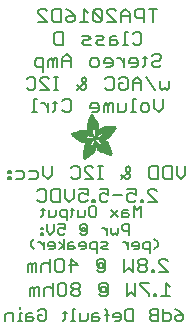
<source format=gbr>
G04 EAGLE Gerber RS-274X export*
G75*
%MOMM*%
%FSLAX34Y34*%
%LPD*%
%INSilkscreen Bottom*%
%IPPOS*%
%AMOC8*
5,1,8,0,0,1.08239X$1,22.5*%
G01*
%ADD10C,0.152400*%
%ADD11C,0.127000*%
%ADD12R,0.050800X0.006300*%
%ADD13R,0.082600X0.006400*%
%ADD14R,0.120600X0.006300*%
%ADD15R,0.139700X0.006400*%
%ADD16R,0.158800X0.006300*%
%ADD17R,0.177800X0.006400*%
%ADD18R,0.196800X0.006300*%
%ADD19R,0.215900X0.006400*%
%ADD20R,0.228600X0.006300*%
%ADD21R,0.241300X0.006400*%
%ADD22R,0.254000X0.006300*%
%ADD23R,0.266700X0.006400*%
%ADD24R,0.279400X0.006300*%
%ADD25R,0.285700X0.006400*%
%ADD26R,0.298400X0.006300*%
%ADD27R,0.311200X0.006400*%
%ADD28R,0.317500X0.006300*%
%ADD29R,0.330200X0.006400*%
%ADD30R,0.336600X0.006300*%
%ADD31R,0.349200X0.006400*%
%ADD32R,0.361900X0.006300*%
%ADD33R,0.368300X0.006400*%
%ADD34R,0.381000X0.006300*%
%ADD35R,0.387300X0.006400*%
%ADD36R,0.393700X0.006300*%
%ADD37R,0.406400X0.006400*%
%ADD38R,0.412700X0.006300*%
%ADD39R,0.419100X0.006400*%
%ADD40R,0.431800X0.006300*%
%ADD41R,0.438100X0.006400*%
%ADD42R,0.450800X0.006300*%
%ADD43R,0.457200X0.006400*%
%ADD44R,0.463500X0.006300*%
%ADD45R,0.476200X0.006400*%
%ADD46R,0.482600X0.006300*%
%ADD47R,0.488900X0.006400*%
%ADD48R,0.501600X0.006300*%
%ADD49R,0.508000X0.006400*%
%ADD50R,0.514300X0.006300*%
%ADD51R,0.527000X0.006400*%
%ADD52R,0.533400X0.006300*%
%ADD53R,0.546100X0.006400*%
%ADD54R,0.552400X0.006300*%
%ADD55R,0.558800X0.006400*%
%ADD56R,0.571500X0.006300*%
%ADD57R,0.577800X0.006400*%
%ADD58R,0.584200X0.006300*%
%ADD59R,0.596900X0.006400*%
%ADD60R,0.603200X0.006300*%
%ADD61R,0.609600X0.006400*%
%ADD62R,0.622300X0.006300*%
%ADD63R,0.628600X0.006400*%
%ADD64R,0.641300X0.006300*%
%ADD65R,0.647700X0.006400*%
%ADD66R,0.063500X0.006300*%
%ADD67R,0.654000X0.006300*%
%ADD68R,0.101600X0.006400*%
%ADD69R,0.666700X0.006400*%
%ADD70R,0.139700X0.006300*%
%ADD71R,0.673100X0.006300*%
%ADD72R,0.165100X0.006400*%
%ADD73R,0.679400X0.006400*%
%ADD74R,0.196900X0.006300*%
%ADD75R,0.692100X0.006300*%
%ADD76R,0.222200X0.006400*%
%ADD77R,0.698500X0.006400*%
%ADD78R,0.247700X0.006300*%
%ADD79R,0.704800X0.006300*%
%ADD80R,0.279400X0.006400*%
%ADD81R,0.717500X0.006400*%
%ADD82R,0.298500X0.006300*%
%ADD83R,0.723900X0.006300*%
%ADD84R,0.736600X0.006400*%
%ADD85R,0.342900X0.006300*%
%ADD86R,0.742900X0.006300*%
%ADD87R,0.374700X0.006400*%
%ADD88R,0.749300X0.006400*%
%ADD89R,0.762000X0.006300*%
%ADD90R,0.412700X0.006400*%
%ADD91R,0.768300X0.006400*%
%ADD92R,0.438100X0.006300*%
%ADD93R,0.774700X0.006300*%
%ADD94R,0.463600X0.006400*%
%ADD95R,0.787400X0.006400*%
%ADD96R,0.793700X0.006300*%
%ADD97R,0.495300X0.006400*%
%ADD98R,0.800100X0.006400*%
%ADD99R,0.520700X0.006300*%
%ADD100R,0.812800X0.006300*%
%ADD101R,0.533400X0.006400*%
%ADD102R,0.819100X0.006400*%
%ADD103R,0.558800X0.006300*%
%ADD104R,0.825500X0.006300*%
%ADD105R,0.577900X0.006400*%
%ADD106R,0.831800X0.006400*%
%ADD107R,0.596900X0.006300*%
%ADD108R,0.844500X0.006300*%
%ADD109R,0.616000X0.006400*%
%ADD110R,0.850900X0.006400*%
%ADD111R,0.635000X0.006300*%
%ADD112R,0.857200X0.006300*%
%ADD113R,0.654100X0.006400*%
%ADD114R,0.863600X0.006400*%
%ADD115R,0.666700X0.006300*%
%ADD116R,0.869900X0.006300*%
%ADD117R,0.685800X0.006400*%
%ADD118R,0.876300X0.006400*%
%ADD119R,0.882600X0.006300*%
%ADD120R,0.723900X0.006400*%
%ADD121R,0.889000X0.006400*%
%ADD122R,0.895300X0.006300*%
%ADD123R,0.755700X0.006400*%
%ADD124R,0.901700X0.006400*%
%ADD125R,0.908000X0.006300*%
%ADD126R,0.793800X0.006400*%
%ADD127R,0.914400X0.006400*%
%ADD128R,0.806400X0.006300*%
%ADD129R,0.920700X0.006300*%
%ADD130R,0.825500X0.006400*%
%ADD131R,0.927100X0.006400*%
%ADD132R,0.933400X0.006300*%
%ADD133R,0.857300X0.006400*%
%ADD134R,0.939800X0.006400*%
%ADD135R,0.870000X0.006300*%
%ADD136R,0.939800X0.006300*%
%ADD137R,0.946100X0.006400*%
%ADD138R,0.952500X0.006300*%
%ADD139R,0.908000X0.006400*%
%ADD140R,0.958800X0.006400*%
%ADD141R,0.965200X0.006300*%
%ADD142R,0.965200X0.006400*%
%ADD143R,0.971500X0.006300*%
%ADD144R,0.952500X0.006400*%
%ADD145R,0.977900X0.006400*%
%ADD146R,0.958800X0.006300*%
%ADD147R,0.984200X0.006300*%
%ADD148R,0.971500X0.006400*%
%ADD149R,0.984200X0.006400*%
%ADD150R,0.990600X0.006300*%
%ADD151R,0.984300X0.006400*%
%ADD152R,0.996900X0.006400*%
%ADD153R,0.997000X0.006300*%
%ADD154R,0.996900X0.006300*%
%ADD155R,1.003300X0.006400*%
%ADD156R,1.016000X0.006300*%
%ADD157R,1.009600X0.006300*%
%ADD158R,1.016000X0.006400*%
%ADD159R,1.009600X0.006400*%
%ADD160R,1.022300X0.006300*%
%ADD161R,1.028700X0.006400*%
%ADD162R,1.035100X0.006300*%
%ADD163R,1.047800X0.006400*%
%ADD164R,1.054100X0.006300*%
%ADD165R,1.028700X0.006300*%
%ADD166R,1.054100X0.006400*%
%ADD167R,1.035000X0.006400*%
%ADD168R,1.060400X0.006300*%
%ADD169R,1.035000X0.006300*%
%ADD170R,1.060500X0.006400*%
%ADD171R,1.041400X0.006400*%
%ADD172R,1.066800X0.006300*%
%ADD173R,1.041400X0.006300*%
%ADD174R,1.079500X0.006400*%
%ADD175R,1.047700X0.006400*%
%ADD176R,1.085900X0.006300*%
%ADD177R,1.047700X0.006300*%
%ADD178R,1.085800X0.006400*%
%ADD179R,1.092200X0.006300*%
%ADD180R,1.085900X0.006400*%
%ADD181R,1.098600X0.006300*%
%ADD182R,1.098600X0.006400*%
%ADD183R,1.060400X0.006400*%
%ADD184R,1.104900X0.006300*%
%ADD185R,1.104900X0.006400*%
%ADD186R,1.066800X0.006400*%
%ADD187R,1.111200X0.006300*%
%ADD188R,1.117600X0.006400*%
%ADD189R,1.117600X0.006300*%
%ADD190R,1.073100X0.006300*%
%ADD191R,1.073100X0.006400*%
%ADD192R,1.124000X0.006300*%
%ADD193R,1.079500X0.006300*%
%ADD194R,1.123900X0.006400*%
%ADD195R,1.130300X0.006300*%
%ADD196R,1.130300X0.006400*%
%ADD197R,1.136700X0.006400*%
%ADD198R,1.136700X0.006300*%
%ADD199R,1.085800X0.006300*%
%ADD200R,1.136600X0.006400*%
%ADD201R,1.136600X0.006300*%
%ADD202R,1.143000X0.006400*%
%ADD203R,1.143000X0.006300*%
%ADD204R,1.149400X0.006300*%
%ADD205R,1.149300X0.006300*%
%ADD206R,1.149300X0.006400*%
%ADD207R,1.149400X0.006400*%
%ADD208R,1.155700X0.006400*%
%ADD209R,1.155700X0.006300*%
%ADD210R,1.060500X0.006300*%
%ADD211R,2.197100X0.006400*%
%ADD212R,2.197100X0.006300*%
%ADD213R,2.184400X0.006300*%
%ADD214R,2.184400X0.006400*%
%ADD215R,2.171700X0.006400*%
%ADD216R,2.171700X0.006300*%
%ADD217R,1.530300X0.006400*%
%ADD218R,1.505000X0.006300*%
%ADD219R,1.492300X0.006400*%
%ADD220R,1.485900X0.006300*%
%ADD221R,0.565200X0.006300*%
%ADD222R,1.473200X0.006400*%
%ADD223R,0.565200X0.006400*%
%ADD224R,1.460500X0.006300*%
%ADD225R,1.454100X0.006400*%
%ADD226R,0.552400X0.006400*%
%ADD227R,1.441500X0.006300*%
%ADD228R,0.546100X0.006300*%
%ADD229R,1.435100X0.006400*%
%ADD230R,0.539800X0.006400*%
%ADD231R,1.428800X0.006300*%
%ADD232R,1.422400X0.006400*%
%ADD233R,1.409700X0.006300*%
%ADD234R,0.527100X0.006300*%
%ADD235R,1.403300X0.006400*%
%ADD236R,0.527100X0.006400*%
%ADD237R,1.390700X0.006300*%
%ADD238R,1.384300X0.006400*%
%ADD239R,0.520700X0.006400*%
%ADD240R,1.384300X0.006300*%
%ADD241R,0.514400X0.006300*%
%ADD242R,1.371600X0.006400*%
%ADD243R,1.365200X0.006300*%
%ADD244R,0.508000X0.006300*%
%ADD245R,1.352600X0.006400*%
%ADD246R,0.501700X0.006400*%
%ADD247R,0.711200X0.006300*%
%ADD248R,0.603300X0.006300*%
%ADD249R,0.501700X0.006300*%
%ADD250R,0.692100X0.006400*%
%ADD251R,0.571500X0.006400*%
%ADD252R,0.679400X0.006300*%
%ADD253R,0.495300X0.006300*%
%ADD254R,0.673100X0.006400*%
%ADD255R,0.666800X0.006300*%
%ADD256R,0.488900X0.006300*%
%ADD257R,0.660400X0.006400*%
%ADD258R,0.482600X0.006400*%
%ADD259R,0.476200X0.006300*%
%ADD260R,0.654000X0.006400*%
%ADD261R,0.469900X0.006400*%
%ADD262R,0.476300X0.006400*%
%ADD263R,0.647700X0.006300*%
%ADD264R,0.457200X0.006300*%
%ADD265R,0.469900X0.006300*%
%ADD266R,0.641300X0.006400*%
%ADD267R,0.444500X0.006400*%
%ADD268R,0.463600X0.006300*%
%ADD269R,0.635000X0.006400*%
%ADD270R,0.463500X0.006400*%
%ADD271R,0.393700X0.006400*%
%ADD272R,0.450800X0.006400*%
%ADD273R,0.628600X0.006300*%
%ADD274R,0.387400X0.006300*%
%ADD275R,0.450900X0.006300*%
%ADD276R,0.628700X0.006400*%
%ADD277R,0.374600X0.006400*%
%ADD278R,0.368300X0.006300*%
%ADD279R,0.438200X0.006300*%
%ADD280R,0.622300X0.006400*%
%ADD281R,0.355600X0.006400*%
%ADD282R,0.431800X0.006400*%
%ADD283R,0.349300X0.006300*%
%ADD284R,0.425400X0.006300*%
%ADD285R,0.615900X0.006300*%
%ADD286R,0.330200X0.006300*%
%ADD287R,0.419100X0.006300*%
%ADD288R,0.616000X0.006300*%
%ADD289R,0.311200X0.006300*%
%ADD290R,0.406400X0.006300*%
%ADD291R,0.615900X0.006400*%
%ADD292R,0.304800X0.006400*%
%ADD293R,0.158800X0.006400*%
%ADD294R,0.609600X0.006300*%
%ADD295R,0.292100X0.006300*%
%ADD296R,0.235000X0.006300*%
%ADD297R,0.387400X0.006400*%
%ADD298R,0.292100X0.006400*%
%ADD299R,0.336500X0.006300*%
%ADD300R,0.260400X0.006300*%
%ADD301R,0.603300X0.006400*%
%ADD302R,0.260400X0.006400*%
%ADD303R,0.362000X0.006400*%
%ADD304R,0.450900X0.006400*%
%ADD305R,0.355600X0.006300*%
%ADD306R,0.342900X0.006400*%
%ADD307R,0.514300X0.006400*%
%ADD308R,0.234900X0.006300*%
%ADD309R,0.539700X0.006300*%
%ADD310R,0.603200X0.006400*%
%ADD311R,0.234900X0.006400*%
%ADD312R,0.920700X0.006400*%
%ADD313R,0.958900X0.006400*%
%ADD314R,0.215900X0.006300*%
%ADD315R,0.209600X0.006400*%
%ADD316R,0.203200X0.006300*%
%ADD317R,1.003300X0.006300*%
%ADD318R,0.203200X0.006400*%
%ADD319R,0.196900X0.006400*%
%ADD320R,0.190500X0.006300*%
%ADD321R,0.190500X0.006400*%
%ADD322R,0.184200X0.006300*%
%ADD323R,0.590500X0.006400*%
%ADD324R,0.184200X0.006400*%
%ADD325R,0.590500X0.006300*%
%ADD326R,0.177800X0.006300*%
%ADD327R,0.584200X0.006400*%
%ADD328R,1.168400X0.006400*%
%ADD329R,0.171500X0.006300*%
%ADD330R,1.187500X0.006300*%
%ADD331R,1.200100X0.006400*%
%ADD332R,0.577800X0.006300*%
%ADD333R,1.212900X0.006300*%
%ADD334R,1.231900X0.006400*%
%ADD335R,1.250900X0.006300*%
%ADD336R,0.565100X0.006400*%
%ADD337R,0.184100X0.006400*%
%ADD338R,1.263700X0.006400*%
%ADD339R,0.565100X0.006300*%
%ADD340R,1.289100X0.006300*%
%ADD341R,1.314400X0.006400*%
%ADD342R,0.552500X0.006300*%
%ADD343R,1.568500X0.006300*%
%ADD344R,0.552500X0.006400*%
%ADD345R,1.581200X0.006400*%
%ADD346R,1.593800X0.006300*%
%ADD347R,1.606500X0.006400*%
%ADD348R,1.619300X0.006300*%
%ADD349R,0.514400X0.006400*%
%ADD350R,1.638300X0.006400*%
%ADD351R,1.657300X0.006300*%
%ADD352R,2.209800X0.006400*%
%ADD353R,2.425700X0.006300*%
%ADD354R,2.470100X0.006400*%
%ADD355R,2.501900X0.006300*%
%ADD356R,2.533700X0.006400*%
%ADD357R,2.559000X0.006300*%
%ADD358R,2.584500X0.006400*%
%ADD359R,2.609900X0.006300*%
%ADD360R,2.628900X0.006400*%
%ADD361R,2.660600X0.006300*%
%ADD362R,2.673400X0.006400*%
%ADD363R,1.422400X0.006300*%
%ADD364R,1.200200X0.006300*%
%ADD365R,1.365300X0.006300*%
%ADD366R,1.365300X0.006400*%
%ADD367R,1.352500X0.006300*%
%ADD368R,1.098500X0.006300*%
%ADD369R,1.358900X0.006400*%
%ADD370R,1.352600X0.006300*%
%ADD371R,1.358900X0.006300*%
%ADD372R,1.371600X0.006300*%
%ADD373R,1.377900X0.006400*%
%ADD374R,1.397000X0.006400*%
%ADD375R,1.403300X0.006300*%
%ADD376R,0.914400X0.006300*%
%ADD377R,0.876300X0.006300*%
%ADD378R,0.374600X0.006300*%
%ADD379R,1.073200X0.006400*%
%ADD380R,0.374700X0.006300*%
%ADD381R,0.844600X0.006400*%
%ADD382R,0.844600X0.006300*%
%ADD383R,0.831900X0.006400*%
%ADD384R,1.092200X0.006400*%
%ADD385R,0.400000X0.006300*%
%ADD386R,0.819200X0.006400*%
%ADD387R,1.111300X0.006400*%
%ADD388R,0.812800X0.006400*%
%ADD389R,0.800100X0.006300*%
%ADD390R,0.476300X0.006300*%
%ADD391R,1.181100X0.006300*%
%ADD392R,0.501600X0.006400*%
%ADD393R,1.193800X0.006400*%
%ADD394R,0.781000X0.006400*%
%ADD395R,1.238200X0.006400*%
%ADD396R,0.781100X0.006300*%
%ADD397R,1.257300X0.006300*%
%ADD398R,1.295400X0.006400*%
%ADD399R,1.333500X0.006300*%
%ADD400R,0.774700X0.006400*%
%ADD401R,1.866900X0.006400*%
%ADD402R,0.209600X0.006300*%
%ADD403R,1.866900X0.006300*%
%ADD404R,0.768400X0.006400*%
%ADD405R,0.209500X0.006400*%
%ADD406R,1.860600X0.006400*%
%ADD407R,0.762000X0.006400*%
%ADD408R,0.768400X0.006300*%
%ADD409R,1.860600X0.006300*%
%ADD410R,1.860500X0.006400*%
%ADD411R,0.222300X0.006300*%
%ADD412R,1.854200X0.006300*%
%ADD413R,0.235000X0.006400*%
%ADD414R,1.854200X0.006400*%
%ADD415R,0.768300X0.006300*%
%ADD416R,0.260300X0.006400*%
%ADD417R,1.847800X0.006400*%
%ADD418R,0.266700X0.006300*%
%ADD419R,1.847800X0.006300*%
%ADD420R,0.273100X0.006400*%
%ADD421R,1.841500X0.006400*%
%ADD422R,0.285800X0.006300*%
%ADD423R,1.841500X0.006300*%
%ADD424R,0.298500X0.006400*%
%ADD425R,1.835100X0.006400*%
%ADD426R,0.781000X0.006300*%
%ADD427R,0.304800X0.006300*%
%ADD428R,1.835100X0.006300*%
%ADD429R,0.317500X0.006400*%
%ADD430R,1.828800X0.006400*%
%ADD431R,0.787400X0.006300*%
%ADD432R,0.323800X0.006300*%
%ADD433R,1.828800X0.006300*%
%ADD434R,0.793700X0.006400*%
%ADD435R,1.822400X0.006400*%
%ADD436R,0.806500X0.006300*%
%ADD437R,1.822400X0.006300*%
%ADD438R,1.816100X0.006400*%
%ADD439R,0.819100X0.006300*%
%ADD440R,0.387300X0.006300*%
%ADD441R,1.816100X0.006300*%
%ADD442R,1.809800X0.006400*%
%ADD443R,1.803400X0.006300*%
%ADD444R,1.797000X0.006400*%
%ADD445R,0.901700X0.006300*%
%ADD446R,1.797000X0.006300*%
%ADD447R,1.441400X0.006400*%
%ADD448R,1.790700X0.006400*%
%ADD449R,1.447800X0.006300*%
%ADD450R,1.784300X0.006300*%
%ADD451R,1.447800X0.006400*%
%ADD452R,1.784300X0.006400*%
%ADD453R,1.454100X0.006300*%
%ADD454R,1.771700X0.006300*%
%ADD455R,1.460500X0.006400*%
%ADD456R,1.759000X0.006400*%
%ADD457R,1.466800X0.006300*%
%ADD458R,1.752600X0.006300*%
%ADD459R,1.466800X0.006400*%
%ADD460R,1.739900X0.006400*%
%ADD461R,1.473200X0.006300*%
%ADD462R,1.727200X0.006300*%
%ADD463R,1.479500X0.006400*%
%ADD464R,1.714500X0.006400*%
%ADD465R,1.695400X0.006300*%
%ADD466R,1.485900X0.006400*%
%ADD467R,1.682700X0.006400*%
%ADD468R,1.492200X0.006300*%
%ADD469R,1.663700X0.006300*%
%ADD470R,1.498600X0.006400*%
%ADD471R,1.644600X0.006400*%
%ADD472R,1.498600X0.006300*%
%ADD473R,1.619200X0.006300*%
%ADD474R,1.511300X0.006400*%
%ADD475R,1.600200X0.006400*%
%ADD476R,1.517700X0.006300*%
%ADD477R,1.574800X0.006300*%
%ADD478R,1.524000X0.006400*%
%ADD479R,1.555800X0.006400*%
%ADD480R,1.524000X0.006300*%
%ADD481R,1.536700X0.006300*%
%ADD482R,1.530400X0.006400*%
%ADD483R,1.517700X0.006400*%
%ADD484R,1.492300X0.006300*%
%ADD485R,1.549400X0.006400*%
%ADD486R,1.479600X0.006400*%
%ADD487R,1.549400X0.006300*%
%ADD488R,1.555700X0.006400*%
%ADD489R,1.562100X0.006300*%
%ADD490R,0.323900X0.006300*%
%ADD491R,1.568400X0.006400*%
%ADD492R,0.336600X0.006400*%
%ADD493R,1.587500X0.006300*%
%ADD494R,0.971600X0.006300*%
%ADD495R,0.349300X0.006400*%
%ADD496R,1.600200X0.006300*%
%ADD497R,0.920800X0.006300*%
%ADD498R,0.882700X0.006400*%
%ADD499R,1.612900X0.006300*%
%ADD500R,0.362000X0.006300*%
%ADD501R,1.625600X0.006400*%
%ADD502R,1.625600X0.006300*%
%ADD503R,1.644600X0.006300*%
%ADD504R,0.736600X0.006300*%
%ADD505R,0.717600X0.006400*%
%ADD506R,1.657400X0.006300*%
%ADD507R,0.679500X0.006300*%
%ADD508R,1.663700X0.006400*%
%ADD509R,0.400000X0.006400*%
%ADD510R,1.676400X0.006300*%
%ADD511R,1.676400X0.006400*%
%ADD512R,0.425500X0.006400*%
%ADD513R,1.352500X0.006400*%
%ADD514R,0.444500X0.006300*%
%ADD515R,0.361900X0.006400*%
%ADD516R,0.088900X0.006300*%
%ADD517R,1.009700X0.006300*%
%ADD518R,1.009700X0.006400*%
%ADD519R,1.022300X0.006400*%
%ADD520R,1.346200X0.006400*%
%ADD521R,1.346200X0.006300*%
%ADD522R,1.339900X0.006400*%
%ADD523R,1.035100X0.006400*%
%ADD524R,1.339800X0.006300*%
%ADD525R,1.333500X0.006400*%
%ADD526R,1.327200X0.006400*%
%ADD527R,1.320800X0.006300*%
%ADD528R,1.314500X0.006400*%
%ADD529R,1.314400X0.006300*%
%ADD530R,1.301700X0.006400*%
%ADD531R,1.295400X0.006300*%
%ADD532R,1.289000X0.006400*%
%ADD533R,1.276300X0.006300*%
%ADD534R,1.251000X0.006300*%
%ADD535R,1.244600X0.006400*%
%ADD536R,1.231900X0.006300*%
%ADD537R,1.212800X0.006400*%
%ADD538R,1.200100X0.006300*%
%ADD539R,1.187400X0.006400*%
%ADD540R,1.168400X0.006300*%
%ADD541R,1.047800X0.006300*%
%ADD542R,0.977900X0.006300*%
%ADD543R,0.946200X0.006400*%
%ADD544R,0.933400X0.006400*%
%ADD545R,0.895300X0.006400*%
%ADD546R,0.882700X0.006300*%
%ADD547R,0.863600X0.006300*%
%ADD548R,0.857200X0.006400*%
%ADD549R,0.850900X0.006300*%
%ADD550R,0.838200X0.006300*%
%ADD551R,0.806500X0.006400*%
%ADD552R,0.717600X0.006300*%
%ADD553R,0.711200X0.006400*%
%ADD554R,0.641400X0.006400*%
%ADD555R,0.641400X0.006300*%
%ADD556R,0.628700X0.006300*%
%ADD557R,0.590600X0.006300*%
%ADD558R,0.539700X0.006400*%
%ADD559R,0.285700X0.006300*%
%ADD560R,0.222200X0.006300*%
%ADD561R,0.171400X0.006300*%
%ADD562R,0.152400X0.006400*%
%ADD563R,0.133400X0.006300*%


D10*
X149092Y262802D02*
X149092Y273988D01*
X145364Y273988D02*
X152821Y273988D01*
X141127Y273988D02*
X141127Y262802D01*
X141127Y273988D02*
X135534Y273988D01*
X133670Y272123D01*
X133670Y268395D01*
X135534Y266531D01*
X141127Y266531D01*
X129433Y270259D02*
X129433Y262802D01*
X129433Y270259D02*
X125705Y273988D01*
X121976Y270259D01*
X121976Y262802D01*
X121976Y268395D02*
X129433Y268395D01*
X117739Y262802D02*
X110282Y262802D01*
X117739Y262802D02*
X110282Y270259D01*
X110282Y272123D01*
X112146Y273988D01*
X115875Y273988D01*
X117739Y272123D01*
X106045Y272123D02*
X106045Y264666D01*
X106045Y272123D02*
X104181Y273988D01*
X100452Y273988D01*
X98588Y272123D01*
X98588Y264666D01*
X100452Y262802D01*
X104181Y262802D01*
X106045Y264666D01*
X98588Y272123D01*
X94351Y270259D02*
X90623Y273988D01*
X90623Y262802D01*
X94351Y262802D02*
X86894Y262802D01*
X78929Y272123D02*
X75200Y273988D01*
X78929Y272123D02*
X82657Y268395D01*
X82657Y264666D01*
X80793Y262802D01*
X77064Y262802D01*
X75200Y264666D01*
X75200Y266531D01*
X77064Y268395D01*
X82657Y268395D01*
X70963Y273988D02*
X70963Y262802D01*
X65370Y262802D01*
X63506Y264666D01*
X63506Y272123D01*
X65370Y273988D01*
X70963Y273988D01*
X59269Y262802D02*
X51812Y262802D01*
X59269Y262802D02*
X51812Y270259D01*
X51812Y272123D01*
X53676Y273988D01*
X57405Y273988D01*
X59269Y272123D01*
X131721Y253073D02*
X133585Y254938D01*
X137314Y254938D01*
X139178Y253073D01*
X139178Y245616D01*
X137314Y243752D01*
X133585Y243752D01*
X131721Y245616D01*
X127484Y254938D02*
X125620Y254938D01*
X125620Y243752D01*
X127484Y243752D02*
X123756Y243752D01*
X117824Y251209D02*
X114095Y251209D01*
X112231Y249345D01*
X112231Y243752D01*
X117824Y243752D01*
X119688Y245616D01*
X117824Y247481D01*
X112231Y247481D01*
X107994Y243752D02*
X102401Y243752D01*
X100537Y245616D01*
X102401Y247481D01*
X106130Y247481D01*
X107994Y249345D01*
X106130Y251209D01*
X100537Y251209D01*
X96300Y243752D02*
X90707Y243752D01*
X88843Y245616D01*
X90707Y247481D01*
X94436Y247481D01*
X96300Y249345D01*
X94436Y251209D01*
X88843Y251209D01*
X72912Y254938D02*
X72912Y243752D01*
X67319Y243752D01*
X65455Y245616D01*
X65455Y253073D01*
X67319Y254938D01*
X72912Y254938D01*
X148287Y234023D02*
X150152Y235888D01*
X153880Y235888D01*
X155744Y234023D01*
X155744Y232159D01*
X153880Y230295D01*
X150152Y230295D01*
X148287Y228431D01*
X148287Y226566D01*
X150152Y224702D01*
X153880Y224702D01*
X155744Y226566D01*
X142186Y226566D02*
X142186Y234023D01*
X142186Y226566D02*
X140322Y224702D01*
X140322Y232159D02*
X144051Y232159D01*
X134390Y224702D02*
X130662Y224702D01*
X134390Y224702D02*
X136255Y226566D01*
X136255Y230295D01*
X134390Y232159D01*
X130662Y232159D01*
X128798Y230295D01*
X128798Y228431D01*
X136255Y228431D01*
X124561Y232159D02*
X124561Y224702D01*
X124561Y228431D02*
X120832Y232159D01*
X118968Y232159D01*
X112951Y224702D02*
X109223Y224702D01*
X112951Y224702D02*
X114816Y226566D01*
X114816Y230295D01*
X112951Y232159D01*
X109223Y232159D01*
X107359Y230295D01*
X107359Y228431D01*
X114816Y228431D01*
X101257Y224702D02*
X97529Y224702D01*
X95665Y226566D01*
X95665Y230295D01*
X97529Y232159D01*
X101257Y232159D01*
X103122Y230295D01*
X103122Y226566D01*
X101257Y224702D01*
X79734Y224702D02*
X79734Y232159D01*
X76005Y235888D01*
X72277Y232159D01*
X72277Y224702D01*
X72277Y230295D02*
X79734Y230295D01*
X68040Y232159D02*
X68040Y224702D01*
X68040Y232159D02*
X66175Y232159D01*
X64311Y230295D01*
X64311Y224702D01*
X64311Y230295D02*
X62447Y232159D01*
X60583Y230295D01*
X60583Y224702D01*
X56346Y220974D02*
X56346Y232159D01*
X50753Y232159D01*
X48889Y230295D01*
X48889Y226566D01*
X50753Y224702D01*
X56346Y224702D01*
X162566Y213109D02*
X162566Y207516D01*
X160702Y205652D01*
X158837Y207516D01*
X156973Y205652D01*
X155109Y207516D01*
X155109Y213109D01*
X150872Y205652D02*
X143415Y216838D01*
X139178Y213109D02*
X139178Y205652D01*
X139178Y213109D02*
X135450Y216838D01*
X131721Y213109D01*
X131721Y205652D01*
X131721Y211245D02*
X139178Y211245D01*
X121891Y216838D02*
X120027Y214973D01*
X121891Y216838D02*
X125620Y216838D01*
X127484Y214973D01*
X127484Y207516D01*
X125620Y205652D01*
X121891Y205652D01*
X120027Y207516D01*
X120027Y211245D01*
X123756Y211245D01*
X110197Y216838D02*
X108333Y214973D01*
X110197Y216838D02*
X113926Y216838D01*
X115790Y214973D01*
X115790Y207516D01*
X113926Y205652D01*
X110197Y205652D01*
X108333Y207516D01*
X88674Y205652D02*
X84945Y209381D01*
X88674Y205652D02*
X90538Y205652D01*
X92402Y207516D01*
X92402Y209381D01*
X88674Y213109D01*
X88674Y214973D01*
X90538Y216838D01*
X92402Y214973D01*
X92402Y213109D01*
X84945Y205652D01*
X69014Y205652D02*
X65286Y205652D01*
X67150Y205652D02*
X67150Y216838D01*
X69014Y216838D02*
X65286Y216838D01*
X61218Y205652D02*
X53761Y205652D01*
X61218Y205652D02*
X53761Y213109D01*
X53761Y214973D01*
X55626Y216838D01*
X59354Y216838D01*
X61218Y214973D01*
X43932Y216838D02*
X42067Y214973D01*
X43932Y216838D02*
X47660Y216838D01*
X49524Y214973D01*
X49524Y207516D01*
X47660Y205652D01*
X43932Y205652D01*
X42067Y207516D01*
X157693Y197788D02*
X157693Y190331D01*
X153965Y186602D01*
X150236Y190331D01*
X150236Y197788D01*
X144135Y186602D02*
X140407Y186602D01*
X138542Y188466D01*
X138542Y192195D01*
X140407Y194059D01*
X144135Y194059D01*
X146000Y192195D01*
X146000Y188466D01*
X144135Y186602D01*
X134306Y197788D02*
X132441Y197788D01*
X132441Y186602D01*
X130577Y186602D02*
X134306Y186602D01*
X126510Y188466D02*
X126510Y194059D01*
X126510Y188466D02*
X124645Y186602D01*
X119053Y186602D01*
X119053Y194059D01*
X114816Y194059D02*
X114816Y186602D01*
X114816Y194059D02*
X112951Y194059D01*
X111087Y192195D01*
X111087Y186602D01*
X111087Y192195D02*
X109223Y194059D01*
X107359Y192195D01*
X107359Y186602D01*
X101257Y186602D02*
X97529Y186602D01*
X101257Y186602D02*
X103122Y188466D01*
X103122Y192195D01*
X101257Y194059D01*
X97529Y194059D01*
X95665Y192195D01*
X95665Y190331D01*
X103122Y190331D01*
X74141Y197788D02*
X72277Y195923D01*
X74141Y197788D02*
X77869Y197788D01*
X79734Y195923D01*
X79734Y188466D01*
X77869Y186602D01*
X74141Y186602D01*
X72277Y188466D01*
X66175Y188466D02*
X66175Y195923D01*
X66175Y188466D02*
X64311Y186602D01*
X64311Y194059D02*
X68040Y194059D01*
X60244Y194059D02*
X60244Y186602D01*
X60244Y190331D02*
X56515Y194059D01*
X54651Y194059D01*
X50499Y197788D02*
X48635Y197788D01*
X48635Y186602D01*
X50499Y186602D02*
X46770Y186602D01*
X159650Y42148D02*
X163378Y38419D01*
X159650Y42148D02*
X159650Y30962D01*
X163378Y30962D02*
X155921Y30962D01*
X151684Y30962D02*
X151684Y32826D01*
X149820Y32826D01*
X149820Y30962D01*
X151684Y30962D01*
X145837Y42148D02*
X138380Y42148D01*
X138380Y40283D01*
X145837Y32826D01*
X145837Y30962D01*
X134143Y30962D02*
X134143Y42148D01*
X130415Y34691D02*
X134143Y30962D01*
X130415Y34691D02*
X126686Y30962D01*
X126686Y42148D01*
X105162Y30962D02*
X103298Y32826D01*
X105162Y30962D02*
X108891Y30962D01*
X110755Y32826D01*
X110755Y40283D01*
X108891Y42148D01*
X105162Y42148D01*
X103298Y40283D01*
X103298Y36555D01*
X105162Y34691D01*
X108891Y34691D01*
X108891Y38419D01*
X105162Y38419D01*
X105162Y34691D01*
X87367Y40283D02*
X85503Y42148D01*
X81774Y42148D01*
X79910Y40283D01*
X79910Y38419D01*
X81774Y36555D01*
X79910Y34691D01*
X79910Y32826D01*
X81774Y30962D01*
X85503Y30962D01*
X87367Y32826D01*
X87367Y34691D01*
X85503Y36555D01*
X87367Y38419D01*
X87367Y40283D01*
X85503Y36555D02*
X81774Y36555D01*
X73809Y42148D02*
X70081Y42148D01*
X73809Y42148D02*
X75673Y40283D01*
X75673Y32826D01*
X73809Y30962D01*
X70081Y30962D01*
X68216Y32826D01*
X68216Y40283D01*
X70081Y42148D01*
X63979Y42148D02*
X63979Y30962D01*
X63979Y36555D02*
X62115Y38419D01*
X58387Y38419D01*
X56522Y36555D01*
X56522Y30962D01*
X52285Y30962D02*
X52285Y38419D01*
X50421Y38419D01*
X48557Y36555D01*
X48557Y30962D01*
X48557Y36555D02*
X46693Y38419D01*
X44828Y36555D01*
X44828Y30962D01*
X153921Y51362D02*
X161378Y51362D01*
X153921Y58819D01*
X153921Y60683D01*
X155785Y62548D01*
X159514Y62548D01*
X161378Y60683D01*
X149684Y53226D02*
X149684Y51362D01*
X149684Y53226D02*
X147820Y53226D01*
X147820Y51362D01*
X149684Y51362D01*
X143837Y60683D02*
X141973Y62548D01*
X138244Y62548D01*
X136380Y60683D01*
X136380Y58819D01*
X138244Y56955D01*
X136380Y55091D01*
X136380Y53226D01*
X138244Y51362D01*
X141973Y51362D01*
X143837Y53226D01*
X143837Y55091D01*
X141973Y56955D01*
X143837Y58819D01*
X143837Y60683D01*
X141973Y56955D02*
X138244Y56955D01*
X132143Y62548D02*
X132143Y51362D01*
X128415Y55091D01*
X124686Y51362D01*
X124686Y62548D01*
X103162Y51362D02*
X101298Y53226D01*
X103162Y51362D02*
X106891Y51362D01*
X108755Y53226D01*
X108755Y60683D01*
X106891Y62548D01*
X103162Y62548D01*
X101298Y60683D01*
X101298Y56955D01*
X103162Y55091D01*
X106891Y55091D01*
X106891Y58819D01*
X103162Y58819D01*
X103162Y55091D01*
X79774Y51362D02*
X79774Y62548D01*
X85367Y56955D01*
X77910Y56955D01*
X71809Y62548D02*
X68081Y62548D01*
X71809Y62548D02*
X73673Y60683D01*
X73673Y53226D01*
X71809Y51362D01*
X68081Y51362D01*
X66216Y53226D01*
X66216Y60683D01*
X68081Y62548D01*
X61979Y62548D02*
X61979Y51362D01*
X61979Y56955D02*
X60115Y58819D01*
X56387Y58819D01*
X54522Y56955D01*
X54522Y51362D01*
X50285Y51362D02*
X50285Y58819D01*
X48421Y58819D01*
X46557Y56955D01*
X46557Y51362D01*
X46557Y56955D02*
X44693Y58819D01*
X42828Y56955D01*
X42828Y51362D01*
D11*
X138500Y98305D02*
X138500Y107203D01*
X135534Y104237D01*
X132568Y107203D01*
X132568Y98305D01*
X127662Y104237D02*
X124696Y104237D01*
X123213Y102754D01*
X123213Y98305D01*
X127662Y98305D01*
X129145Y99788D01*
X127662Y101271D01*
X123213Y101271D01*
X119790Y104237D02*
X113858Y98305D01*
X119790Y98305D02*
X113858Y104237D01*
X99597Y107203D02*
X96631Y107203D01*
X99597Y107203D02*
X101079Y105720D01*
X101079Y99788D01*
X99597Y98305D01*
X96631Y98305D01*
X95148Y99788D01*
X95148Y105720D01*
X96631Y107203D01*
X91724Y104237D02*
X91724Y99788D01*
X90241Y98305D01*
X85793Y98305D01*
X85793Y104237D01*
X80886Y105720D02*
X80886Y99788D01*
X79403Y98305D01*
X79403Y104237D02*
X82369Y104237D01*
X76132Y104237D02*
X76132Y95339D01*
X76132Y104237D02*
X71683Y104237D01*
X70201Y102754D01*
X70201Y99788D01*
X71683Y98305D01*
X76132Y98305D01*
X66777Y99788D02*
X66777Y104237D01*
X66777Y99788D02*
X65294Y98305D01*
X60845Y98305D01*
X60845Y104237D01*
X55939Y105720D02*
X55939Y99788D01*
X54456Y98305D01*
X54456Y104237D02*
X57422Y104237D01*
X129145Y91963D02*
X129145Y83065D01*
X129145Y91963D02*
X124696Y91963D01*
X123213Y90480D01*
X123213Y87514D01*
X124696Y86031D01*
X129145Y86031D01*
X119790Y84548D02*
X119790Y88997D01*
X119790Y84548D02*
X118307Y83065D01*
X116824Y84548D01*
X115341Y83065D01*
X113858Y84548D01*
X113858Y88997D01*
X110435Y88997D02*
X110435Y83065D01*
X110435Y86031D02*
X107469Y88997D01*
X105986Y88997D01*
X88835Y83065D02*
X87352Y84548D01*
X88835Y83065D02*
X91801Y83065D01*
X93283Y84548D01*
X93283Y90480D01*
X91801Y91963D01*
X88835Y91963D01*
X87352Y90480D01*
X87352Y87514D01*
X88835Y86031D01*
X91801Y86031D01*
X91801Y88997D01*
X88835Y88997D01*
X88835Y86031D01*
X74573Y91963D02*
X68641Y91963D01*
X74573Y91963D02*
X74573Y87514D01*
X71607Y88997D01*
X70124Y88997D01*
X68641Y87514D01*
X68641Y84548D01*
X70124Y83065D01*
X73090Y83065D01*
X74573Y84548D01*
X65218Y86031D02*
X65218Y91963D01*
X65218Y86031D02*
X62252Y83065D01*
X59286Y86031D01*
X59286Y91963D01*
X55863Y88997D02*
X54380Y88997D01*
X54380Y87514D01*
X55863Y87514D01*
X55863Y88997D01*
X55863Y84548D02*
X54380Y84548D01*
X54380Y83065D01*
X55863Y83065D01*
X55863Y84548D01*
D10*
X176553Y133396D02*
X176553Y140853D01*
X176553Y133396D02*
X172825Y129667D01*
X169096Y133396D01*
X169096Y140853D01*
X164859Y140853D02*
X164859Y129667D01*
X159267Y129667D01*
X157402Y131531D01*
X157402Y138988D01*
X159267Y140853D01*
X164859Y140853D01*
X153166Y140853D02*
X153166Y129667D01*
X147573Y129667D01*
X145708Y131531D01*
X145708Y138988D01*
X147573Y140853D01*
X153166Y140853D01*
X126049Y129667D02*
X122321Y133396D01*
X126049Y129667D02*
X127913Y129667D01*
X129778Y131531D01*
X129778Y133396D01*
X126049Y137124D01*
X126049Y138988D01*
X127913Y140853D01*
X129778Y138988D01*
X129778Y137124D01*
X122321Y129667D01*
X106390Y129667D02*
X102661Y129667D01*
X104525Y129667D02*
X104525Y140853D01*
X102661Y140853D02*
X106390Y140853D01*
X98594Y129667D02*
X91137Y129667D01*
X98594Y129667D02*
X91137Y137124D01*
X91137Y138988D01*
X93001Y140853D01*
X96729Y140853D01*
X98594Y138988D01*
X81307Y140853D02*
X79443Y138988D01*
X81307Y140853D02*
X85035Y140853D01*
X86900Y138988D01*
X86900Y131531D01*
X85035Y129667D01*
X81307Y129667D01*
X79443Y131531D01*
X63512Y133396D02*
X63512Y140853D01*
X63512Y133396D02*
X59783Y129667D01*
X56055Y133396D01*
X56055Y140853D01*
X49954Y137124D02*
X44361Y137124D01*
X49954Y137124D02*
X51818Y135260D01*
X51818Y131531D01*
X49954Y129667D01*
X44361Y129667D01*
X38260Y137124D02*
X32667Y137124D01*
X38260Y137124D02*
X40124Y135260D01*
X40124Y131531D01*
X38260Y129667D01*
X32667Y129667D01*
X28430Y137124D02*
X26566Y137124D01*
X26566Y135260D01*
X28430Y135260D01*
X28430Y137124D01*
X28430Y131531D02*
X26566Y131531D01*
X26566Y129667D01*
X28430Y129667D01*
X28430Y131531D01*
X144734Y110617D02*
X152191Y110617D01*
X144734Y118074D01*
X144734Y119938D01*
X146598Y121803D01*
X150327Y121803D01*
X152191Y119938D01*
X140497Y112481D02*
X140497Y110617D01*
X140497Y112481D02*
X138633Y112481D01*
X138633Y110617D01*
X140497Y110617D01*
X134650Y121803D02*
X127193Y121803D01*
X134650Y121803D02*
X134650Y116210D01*
X130922Y118074D01*
X129057Y118074D01*
X127193Y116210D01*
X127193Y112481D01*
X129057Y110617D01*
X132786Y110617D01*
X134650Y112481D01*
X122956Y116210D02*
X115499Y116210D01*
X111262Y121803D02*
X103805Y121803D01*
X111262Y121803D02*
X111262Y116210D01*
X107534Y118074D01*
X105669Y118074D01*
X103805Y116210D01*
X103805Y112481D01*
X105669Y110617D01*
X109398Y110617D01*
X111262Y112481D01*
X99568Y112481D02*
X99568Y110617D01*
X99568Y112481D02*
X97704Y112481D01*
X97704Y110617D01*
X99568Y110617D01*
X93721Y121803D02*
X86264Y121803D01*
X93721Y121803D02*
X93721Y116210D01*
X89993Y118074D01*
X88128Y118074D01*
X86264Y116210D01*
X86264Y112481D01*
X88128Y110617D01*
X91857Y110617D01*
X93721Y112481D01*
X82027Y114346D02*
X82027Y121803D01*
X82027Y114346D02*
X78299Y110617D01*
X74570Y114346D01*
X74570Y121803D01*
X70333Y121803D02*
X70333Y110617D01*
X64740Y110617D01*
X62876Y112481D01*
X62876Y119938D01*
X64740Y121803D01*
X70333Y121803D01*
X53047Y121803D02*
X51182Y119938D01*
X53047Y121803D02*
X56775Y121803D01*
X58639Y119938D01*
X58639Y112481D01*
X56775Y110617D01*
X53047Y110617D01*
X51182Y112481D01*
D11*
X150069Y70485D02*
X153035Y73451D01*
X153035Y76417D01*
X150069Y79383D01*
X146798Y76417D02*
X146798Y67519D01*
X146798Y76417D02*
X142349Y76417D01*
X140867Y74934D01*
X140867Y71968D01*
X142349Y70485D01*
X146798Y70485D01*
X135960Y70485D02*
X132994Y70485D01*
X135960Y70485D02*
X137443Y71968D01*
X137443Y74934D01*
X135960Y76417D01*
X132994Y76417D01*
X131511Y74934D01*
X131511Y73451D01*
X137443Y73451D01*
X128088Y70485D02*
X128088Y76417D01*
X128088Y73451D02*
X125122Y76417D01*
X123639Y76417D01*
X110937Y70485D02*
X106488Y70485D01*
X105005Y71968D01*
X106488Y73451D01*
X109454Y73451D01*
X110937Y74934D01*
X109454Y76417D01*
X105005Y76417D01*
X101582Y76417D02*
X101582Y67519D01*
X101582Y76417D02*
X97133Y76417D01*
X95650Y74934D01*
X95650Y71968D01*
X97133Y70485D01*
X101582Y70485D01*
X90743Y70485D02*
X87778Y70485D01*
X90743Y70485D02*
X92226Y71968D01*
X92226Y74934D01*
X90743Y76417D01*
X87778Y76417D01*
X86295Y74934D01*
X86295Y73451D01*
X92226Y73451D01*
X81388Y76417D02*
X78422Y76417D01*
X76939Y74934D01*
X76939Y70485D01*
X81388Y70485D01*
X82871Y71968D01*
X81388Y73451D01*
X76939Y73451D01*
X73516Y70485D02*
X73516Y79383D01*
X73516Y73451D02*
X69067Y70485D01*
X73516Y73451D02*
X69067Y76417D01*
X64237Y70485D02*
X61271Y70485D01*
X64237Y70485D02*
X65720Y71968D01*
X65720Y74934D01*
X64237Y76417D01*
X61271Y76417D01*
X59788Y74934D01*
X59788Y73451D01*
X65720Y73451D01*
X56365Y70485D02*
X56365Y76417D01*
X56365Y73451D02*
X53399Y76417D01*
X51916Y76417D01*
X48569Y70485D02*
X45603Y73451D01*
X45603Y76417D01*
X48569Y79383D01*
X167846Y19694D02*
X171235Y17999D01*
X174625Y14609D01*
X174625Y11220D01*
X172930Y9525D01*
X169541Y9525D01*
X167846Y11220D01*
X167846Y12915D01*
X169541Y14609D01*
X174625Y14609D01*
X157321Y19694D02*
X157321Y9525D01*
X162406Y9525D01*
X164100Y11220D01*
X164100Y14609D01*
X162406Y16304D01*
X157321Y16304D01*
X153576Y19694D02*
X153576Y9525D01*
X153576Y19694D02*
X148491Y19694D01*
X146797Y17999D01*
X146797Y16304D01*
X148491Y14609D01*
X146797Y12915D01*
X146797Y11220D01*
X148491Y9525D01*
X153576Y9525D01*
X153576Y14609D02*
X148491Y14609D01*
X132527Y9525D02*
X132527Y19694D01*
X132527Y9525D02*
X127442Y9525D01*
X125748Y11220D01*
X125748Y17999D01*
X127442Y19694D01*
X132527Y19694D01*
X120307Y9525D02*
X116918Y9525D01*
X120307Y9525D02*
X122002Y11220D01*
X122002Y14609D01*
X120307Y16304D01*
X116918Y16304D01*
X115223Y14609D01*
X115223Y12915D01*
X122002Y12915D01*
X109783Y9525D02*
X109783Y17999D01*
X108088Y19694D01*
X108088Y14609D02*
X111477Y14609D01*
X102766Y16304D02*
X99377Y16304D01*
X97682Y14609D01*
X97682Y9525D01*
X102766Y9525D01*
X104461Y11220D01*
X102766Y12915D01*
X97682Y12915D01*
X93936Y11220D02*
X93936Y16304D01*
X93936Y11220D02*
X92242Y9525D01*
X87157Y9525D01*
X87157Y16304D01*
X83412Y19694D02*
X81717Y19694D01*
X81717Y9525D01*
X83412Y9525D02*
X80022Y9525D01*
X74701Y11220D02*
X74701Y17999D01*
X74701Y11220D02*
X73006Y9525D01*
X73006Y16304D02*
X76396Y16304D01*
X53770Y19694D02*
X52075Y17999D01*
X53770Y19694D02*
X57160Y19694D01*
X58855Y17999D01*
X58855Y11220D01*
X57160Y9525D01*
X53770Y9525D01*
X52075Y11220D01*
X52075Y14609D01*
X55465Y14609D01*
X46635Y16304D02*
X43246Y16304D01*
X41551Y14609D01*
X41551Y9525D01*
X46635Y9525D01*
X48330Y11220D01*
X46635Y12915D01*
X41551Y12915D01*
X37805Y16304D02*
X36111Y16304D01*
X36111Y9525D01*
X37805Y9525D02*
X34416Y9525D01*
X36111Y19694D02*
X36111Y21388D01*
X30789Y16304D02*
X30789Y9525D01*
X30789Y16304D02*
X25705Y16304D01*
X24010Y14609D01*
X24010Y9525D01*
D12*
X91472Y146241D03*
D13*
X91440Y146304D03*
D14*
X91440Y146368D03*
D15*
X91472Y146431D03*
D16*
X91440Y146495D03*
D17*
X91472Y146558D03*
D18*
X91440Y146622D03*
D19*
X91472Y146685D03*
D20*
X91472Y146749D03*
D21*
X91536Y146812D03*
D22*
X91535Y146876D03*
D23*
X91599Y146939D03*
D24*
X91599Y147003D03*
D25*
X91631Y147066D03*
D26*
X91694Y147130D03*
D27*
X91694Y147193D03*
D28*
X91726Y147257D03*
D29*
X91789Y147320D03*
D30*
X91821Y147384D03*
D31*
X91821Y147447D03*
D32*
X91885Y147511D03*
D33*
X91917Y147574D03*
D34*
X91980Y147638D03*
D35*
X92012Y147701D03*
D36*
X92044Y147765D03*
D37*
X92107Y147828D03*
D38*
X92139Y147892D03*
D39*
X92171Y147955D03*
D40*
X92234Y148019D03*
D41*
X92266Y148082D03*
D42*
X92329Y148146D03*
D43*
X92361Y148209D03*
D44*
X92393Y148273D03*
D45*
X92456Y148336D03*
D46*
X92488Y148400D03*
D47*
X92520Y148463D03*
D48*
X92583Y148527D03*
D49*
X92615Y148590D03*
D50*
X92647Y148654D03*
D51*
X92710Y148717D03*
D52*
X92742Y148781D03*
D53*
X92806Y148844D03*
D54*
X92837Y148908D03*
D55*
X92869Y148971D03*
D56*
X92933Y149035D03*
D57*
X92964Y149098D03*
D58*
X92996Y149162D03*
D59*
X93060Y149225D03*
D60*
X93091Y149289D03*
D61*
X93123Y149352D03*
D62*
X93187Y149416D03*
D63*
X93218Y149479D03*
D64*
X93282Y149543D03*
D65*
X93314Y149606D03*
D66*
X113126Y149670D03*
D67*
X93345Y149670D03*
D68*
X113125Y149733D03*
D69*
X93409Y149733D03*
D70*
X113062Y149797D03*
D71*
X93441Y149797D03*
D72*
X112999Y149860D03*
D73*
X93472Y149860D03*
D74*
X112967Y149924D03*
D75*
X93536Y149924D03*
D76*
X112903Y149987D03*
D77*
X93568Y149987D03*
D78*
X112840Y150051D03*
D79*
X93599Y150051D03*
D80*
X112744Y150114D03*
D81*
X93663Y150114D03*
D82*
X112713Y150178D03*
D83*
X93695Y150178D03*
D29*
X112617Y150241D03*
D84*
X93758Y150241D03*
D85*
X112554Y150305D03*
D86*
X93790Y150305D03*
D87*
X112459Y150368D03*
D88*
X93822Y150368D03*
D36*
X112364Y150432D03*
D89*
X93885Y150432D03*
D90*
X112332Y150495D03*
D91*
X93917Y150495D03*
D92*
X112205Y150559D03*
D93*
X93949Y150559D03*
D94*
X112141Y150622D03*
D95*
X94012Y150622D03*
D46*
X112046Y150686D03*
D96*
X94044Y150686D03*
D97*
X111983Y150749D03*
D98*
X94076Y150749D03*
D99*
X111856Y150813D03*
D100*
X94139Y150813D03*
D101*
X111792Y150876D03*
D102*
X94171Y150876D03*
D103*
X111665Y150940D03*
D104*
X94203Y150940D03*
D105*
X111570Y151003D03*
D106*
X94234Y151003D03*
D107*
X111475Y151067D03*
D108*
X94298Y151067D03*
D109*
X111379Y151130D03*
D110*
X94330Y151130D03*
D111*
X111284Y151194D03*
D112*
X94361Y151194D03*
D113*
X111189Y151257D03*
D114*
X94393Y151257D03*
D115*
X111062Y151321D03*
D116*
X94425Y151321D03*
D117*
X110966Y151384D03*
D118*
X94457Y151384D03*
D79*
X110871Y151448D03*
D119*
X94488Y151448D03*
D120*
X110776Y151511D03*
D121*
X94520Y151511D03*
D86*
X110681Y151575D03*
D122*
X94552Y151575D03*
D123*
X110554Y151638D03*
D124*
X94584Y151638D03*
D93*
X110459Y151702D03*
D125*
X94615Y151702D03*
D126*
X110363Y151765D03*
D127*
X94647Y151765D03*
D128*
X110236Y151829D03*
D129*
X94679Y151829D03*
D130*
X110141Y151892D03*
D131*
X94711Y151892D03*
D108*
X110046Y151956D03*
D132*
X94742Y151956D03*
D133*
X109919Y152019D03*
D134*
X94774Y152019D03*
D135*
X109855Y152083D03*
D136*
X94774Y152083D03*
D121*
X109760Y152146D03*
D137*
X94806Y152146D03*
D122*
X109665Y152210D03*
D138*
X94838Y152210D03*
D139*
X109601Y152273D03*
D140*
X94869Y152273D03*
D129*
X109538Y152337D03*
D141*
X94901Y152337D03*
D131*
X109443Y152400D03*
D142*
X94901Y152400D03*
D136*
X109379Y152464D03*
D143*
X94933Y152464D03*
D144*
X109316Y152527D03*
D145*
X94965Y152527D03*
D146*
X109220Y152591D03*
D147*
X94996Y152591D03*
D148*
X109157Y152654D03*
D149*
X94996Y152654D03*
D147*
X109093Y152718D03*
D150*
X95028Y152718D03*
D151*
X109030Y152781D03*
D152*
X95060Y152781D03*
D153*
X108966Y152845D03*
D154*
X95060Y152845D03*
D155*
X108935Y152908D03*
X95092Y152908D03*
D156*
X108871Y152972D03*
D157*
X95123Y152972D03*
D158*
X108807Y153035D03*
D159*
X95123Y153035D03*
D160*
X108776Y153099D03*
D156*
X95155Y153099D03*
D161*
X108681Y153162D03*
D158*
X95155Y153162D03*
D162*
X108649Y153226D03*
D160*
X95187Y153226D03*
D163*
X108585Y153289D03*
D161*
X95219Y153289D03*
D164*
X108554Y153353D03*
D165*
X95219Y153353D03*
D166*
X108490Y153416D03*
D167*
X95250Y153416D03*
D168*
X108458Y153480D03*
D169*
X95250Y153480D03*
D170*
X108395Y153543D03*
D171*
X95282Y153543D03*
D172*
X108363Y153607D03*
D173*
X95282Y153607D03*
D174*
X108300Y153670D03*
D175*
X95314Y153670D03*
D176*
X108268Y153734D03*
D177*
X95314Y153734D03*
D178*
X108204Y153797D03*
D166*
X95346Y153797D03*
D179*
X108172Y153861D03*
D164*
X95346Y153861D03*
D180*
X108141Y153924D03*
D166*
X95346Y153924D03*
D181*
X108077Y153988D03*
D168*
X95377Y153988D03*
D182*
X108077Y154051D03*
D183*
X95377Y154051D03*
D184*
X108046Y154115D03*
D172*
X95409Y154115D03*
D185*
X107982Y154178D03*
D186*
X95409Y154178D03*
D187*
X107950Y154242D03*
D172*
X95409Y154242D03*
D188*
X107918Y154305D03*
D186*
X95409Y154305D03*
D189*
X107855Y154369D03*
D190*
X95441Y154369D03*
D188*
X107855Y154432D03*
D191*
X95441Y154432D03*
D192*
X107823Y154496D03*
D193*
X95473Y154496D03*
D194*
X107760Y154559D03*
D174*
X95473Y154559D03*
D195*
X107728Y154623D03*
D193*
X95473Y154623D03*
D196*
X107728Y154686D03*
D174*
X95473Y154686D03*
D195*
X107665Y154750D03*
D193*
X95473Y154750D03*
D197*
X107633Y154813D03*
D178*
X95504Y154813D03*
D198*
X107633Y154877D03*
D199*
X95504Y154877D03*
D200*
X107569Y154940D03*
D174*
X95536Y154940D03*
D201*
X107569Y155004D03*
D193*
X95536Y155004D03*
D202*
X107537Y155067D03*
D180*
X95568Y155067D03*
D203*
X107474Y155131D03*
D176*
X95568Y155131D03*
D202*
X107474Y155194D03*
D180*
X95568Y155194D03*
D204*
X107442Y155258D03*
D176*
X95568Y155258D03*
D202*
X107410Y155321D03*
D180*
X95568Y155321D03*
D205*
X107379Y155385D03*
D176*
X95568Y155385D03*
D206*
X107379Y155448D03*
D180*
X95568Y155448D03*
D204*
X107315Y155512D03*
D176*
X95568Y155512D03*
D207*
X107315Y155575D03*
D180*
X95568Y155575D03*
D204*
X107315Y155639D03*
D199*
X95631Y155639D03*
D206*
X107252Y155702D03*
D178*
X95631Y155702D03*
D205*
X107252Y155766D03*
D199*
X95631Y155766D03*
D208*
X107220Y155829D03*
D178*
X95631Y155829D03*
D204*
X107188Y155893D03*
D199*
X95631Y155893D03*
D207*
X107188Y155956D03*
D178*
X95631Y155956D03*
D209*
X107157Y156020D03*
D199*
X95631Y156020D03*
D206*
X107125Y156083D03*
D178*
X95631Y156083D03*
D205*
X107125Y156147D03*
D193*
X95663Y156147D03*
D208*
X107093Y156210D03*
D174*
X95663Y156210D03*
D204*
X107061Y156274D03*
D193*
X95663Y156274D03*
D207*
X107061Y156337D03*
D174*
X95663Y156337D03*
D204*
X107061Y156401D03*
D193*
X95663Y156401D03*
D206*
X106998Y156464D03*
D191*
X95695Y156464D03*
D205*
X106998Y156528D03*
D190*
X95695Y156528D03*
D206*
X106998Y156591D03*
D186*
X95663Y156591D03*
D204*
X106934Y156655D03*
D172*
X95663Y156655D03*
D207*
X106934Y156718D03*
D186*
X95663Y156718D03*
D204*
X106934Y156782D03*
D210*
X95695Y156782D03*
D202*
X106902Y156845D03*
D170*
X95695Y156845D03*
D205*
X106871Y156909D03*
D210*
X95695Y156909D03*
D206*
X106871Y156972D03*
D166*
X95727Y156972D03*
D203*
X106839Y157036D03*
D164*
X95727Y157036D03*
D207*
X106807Y157099D03*
D166*
X95727Y157099D03*
D204*
X106807Y157163D03*
D164*
X95727Y157163D03*
D211*
X101505Y157226D03*
D212*
X101505Y157290D03*
D211*
X101505Y157353D03*
D213*
X101505Y157417D03*
D214*
X101505Y157480D03*
D213*
X101505Y157544D03*
D215*
X101505Y157607D03*
D216*
X101505Y157671D03*
D217*
X104712Y157734D03*
D59*
X93695Y157734D03*
D218*
X104775Y157798D03*
D58*
X93631Y157798D03*
D219*
X104839Y157861D03*
D57*
X93599Y157861D03*
D220*
X104871Y157925D03*
D221*
X93599Y157925D03*
D222*
X104934Y157988D03*
D223*
X93599Y157988D03*
D224*
X104934Y158052D03*
D54*
X93599Y158052D03*
D225*
X104966Y158115D03*
D226*
X93599Y158115D03*
D227*
X104966Y158179D03*
D228*
X93631Y158179D03*
D229*
X104998Y158242D03*
D230*
X93599Y158242D03*
D231*
X105029Y158306D03*
D52*
X93631Y158306D03*
D232*
X105061Y158369D03*
D101*
X93631Y158369D03*
D233*
X105061Y158433D03*
D234*
X93663Y158433D03*
D235*
X105093Y158496D03*
D236*
X93663Y158496D03*
D237*
X105093Y158560D03*
D99*
X93695Y158560D03*
D238*
X105125Y158623D03*
D239*
X93695Y158623D03*
D240*
X105125Y158687D03*
D241*
X93726Y158687D03*
D242*
X105124Y158750D03*
D49*
X93758Y158750D03*
D243*
X105156Y158814D03*
D244*
X93758Y158814D03*
D245*
X105156Y158877D03*
D246*
X93790Y158877D03*
D247*
X108363Y158941D03*
D248*
X101410Y158941D03*
D249*
X93790Y158941D03*
D250*
X108395Y159004D03*
D251*
X101315Y159004D03*
D97*
X93822Y159004D03*
D252*
X108458Y159068D03*
D228*
X101251Y159068D03*
D253*
X93885Y159068D03*
D254*
X108427Y159131D03*
D101*
X101187Y159131D03*
D47*
X93917Y159131D03*
D255*
X108458Y159195D03*
D50*
X101156Y159195D03*
D256*
X93917Y159195D03*
D257*
X108490Y159258D03*
D97*
X101124Y159258D03*
D258*
X93948Y159258D03*
D67*
X108458Y159322D03*
D46*
X101060Y159322D03*
D259*
X93980Y159322D03*
D260*
X108458Y159385D03*
D261*
X101061Y159385D03*
D262*
X94044Y159385D03*
D263*
X108427Y159449D03*
D264*
X100997Y159449D03*
D265*
X94076Y159449D03*
D266*
X108395Y159512D03*
D267*
X100997Y159512D03*
D261*
X94076Y159512D03*
D64*
X108395Y159576D03*
D40*
X100933Y159576D03*
D268*
X94107Y159576D03*
D269*
X108363Y159639D03*
D39*
X100934Y159639D03*
D270*
X94171Y159639D03*
D111*
X108363Y159703D03*
D38*
X100902Y159703D03*
D264*
X94202Y159703D03*
D63*
X108331Y159766D03*
D271*
X100870Y159766D03*
D272*
X94234Y159766D03*
D273*
X108331Y159830D03*
D274*
X100838Y159830D03*
D275*
X94298Y159830D03*
D276*
X108268Y159893D03*
D277*
X100838Y159893D03*
D267*
X94330Y159893D03*
D62*
X108236Y159957D03*
D278*
X100807Y159957D03*
D279*
X94361Y159957D03*
D280*
X108236Y160020D03*
D281*
X100806Y160020D03*
D282*
X94456Y160020D03*
D62*
X108173Y160084D03*
D283*
X100775Y160084D03*
D284*
X94488Y160084D03*
D280*
X108173Y160147D03*
D29*
X100743Y160147D03*
D39*
X94520Y160147D03*
D285*
X108141Y160211D03*
D286*
X100743Y160211D03*
D287*
X94584Y160211D03*
D109*
X108077Y160274D03*
D27*
X100711Y160274D03*
D37*
X94647Y160274D03*
D288*
X108077Y160338D03*
D289*
X100711Y160338D03*
D290*
X94710Y160338D03*
D291*
X108014Y160401D03*
D292*
X100679Y160401D03*
D271*
X94774Y160401D03*
D293*
X90805Y160401D03*
D294*
X107982Y160465D03*
D295*
X100680Y160465D03*
D36*
X94838Y160465D03*
D296*
X90805Y160465D03*
D109*
X107950Y160528D03*
D25*
X100648Y160528D03*
D297*
X94869Y160528D03*
D298*
X90774Y160528D03*
D285*
X107887Y160592D03*
D24*
X100616Y160592D03*
D34*
X94964Y160592D03*
D299*
X90742Y160592D03*
D61*
X107855Y160655D03*
D23*
X100616Y160655D03*
D277*
X94996Y160655D03*
D87*
X90742Y160655D03*
D294*
X107791Y160719D03*
D300*
X100584Y160719D03*
D278*
X95092Y160719D03*
D38*
X90742Y160719D03*
D301*
X107760Y160782D03*
D302*
X100584Y160782D03*
D303*
X95123Y160782D03*
D304*
X90742Y160782D03*
D294*
X107728Y160846D03*
D22*
X100552Y160846D03*
D305*
X95218Y160846D03*
D46*
X90773Y160846D03*
D61*
X107664Y160909D03*
D21*
X100553Y160909D03*
D306*
X95282Y160909D03*
D307*
X90742Y160909D03*
D248*
X107633Y160973D03*
D308*
X100521Y160973D03*
D85*
X95346Y160973D03*
D309*
X90742Y160973D03*
D310*
X107569Y161036D03*
D311*
X100521Y161036D03*
D312*
X92520Y161036D03*
D248*
X107506Y161100D03*
D20*
X100489Y161100D03*
D132*
X92456Y161100D03*
D310*
X107442Y161163D03*
D19*
X100489Y161163D03*
D313*
X92393Y161163D03*
D107*
X107411Y161227D03*
D314*
X100489Y161227D03*
D141*
X92361Y161227D03*
D59*
X107347Y161290D03*
D315*
X100457Y161290D03*
D149*
X92329Y161290D03*
D107*
X107284Y161354D03*
D316*
X100425Y161354D03*
D317*
X92298Y161354D03*
D59*
X107220Y161417D03*
D318*
X100425Y161417D03*
D158*
X92234Y161417D03*
D107*
X107157Y161481D03*
D74*
X100394Y161481D03*
D169*
X92202Y161481D03*
D59*
X107093Y161544D03*
D319*
X100394Y161544D03*
D163*
X92202Y161544D03*
D107*
X107030Y161608D03*
D320*
X100362Y161608D03*
D172*
X92170Y161608D03*
D59*
X106966Y161671D03*
D321*
X100362Y161671D03*
D191*
X92139Y161671D03*
D107*
X106903Y161735D03*
D322*
X100330Y161735D03*
D179*
X92107Y161735D03*
D323*
X106871Y161798D03*
D324*
X100330Y161798D03*
D185*
X92107Y161798D03*
D325*
X106744Y161862D03*
D326*
X100298Y161862D03*
D192*
X92075Y161862D03*
D327*
X106712Y161925D03*
D17*
X100298Y161925D03*
D200*
X92075Y161925D03*
D325*
X106617Y161989D03*
D326*
X100298Y161989D03*
D209*
X92044Y161989D03*
D327*
X106521Y162052D03*
D17*
X100298Y162052D03*
D328*
X92043Y162052D03*
D58*
X106458Y162116D03*
D329*
X100267Y162116D03*
D330*
X92012Y162116D03*
D105*
X106363Y162179D03*
D17*
X100235Y162179D03*
D331*
X92012Y162179D03*
D332*
X106299Y162243D03*
D326*
X100235Y162243D03*
D333*
X92012Y162243D03*
D57*
X106172Y162306D03*
D324*
X100203Y162306D03*
D334*
X91980Y162306D03*
D56*
X106077Y162370D03*
D322*
X100203Y162370D03*
D335*
X92012Y162370D03*
D336*
X105982Y162433D03*
D337*
X100140Y162433D03*
D338*
X92012Y162433D03*
D339*
X105855Y162497D03*
D74*
X100140Y162497D03*
D340*
X92012Y162497D03*
D55*
X105759Y162560D03*
D315*
X100076Y162560D03*
D341*
X92075Y162560D03*
D342*
X105601Y162624D03*
D343*
X93282Y162624D03*
D344*
X105474Y162687D03*
D345*
X93218Y162687D03*
D52*
X105315Y162751D03*
D346*
X93218Y162751D03*
D101*
X105124Y162814D03*
D347*
X93155Y162814D03*
D99*
X104998Y162878D03*
D348*
X93155Y162878D03*
D349*
X104775Y162941D03*
D350*
X93123Y162941D03*
D99*
X104553Y163005D03*
D351*
X93155Y163005D03*
D352*
X95853Y163068D03*
D353*
X96806Y163132D03*
D354*
X96965Y163195D03*
D355*
X97060Y163259D03*
D356*
X97092Y163322D03*
D357*
X97155Y163386D03*
D358*
X97219Y163449D03*
D359*
X97219Y163513D03*
D360*
X97251Y163576D03*
D361*
X97282Y163640D03*
D362*
X97282Y163703D03*
D363*
X103727Y163767D03*
D364*
X89789Y163767D03*
D238*
X103982Y163830D03*
D208*
X89504Y163830D03*
D365*
X104204Y163894D03*
D192*
X89281Y163894D03*
D366*
X104331Y163957D03*
D188*
X89122Y163957D03*
D367*
X104458Y164021D03*
D368*
X88964Y164021D03*
D369*
X104553Y164084D03*
D180*
X88837Y164084D03*
D370*
X104648Y164148D03*
D193*
X88678Y164148D03*
D369*
X104744Y164211D03*
D186*
X88551Y164211D03*
D371*
X104807Y164275D03*
D210*
X88456Y164275D03*
D242*
X104870Y164338D03*
D170*
X88329Y164338D03*
D372*
X104934Y164402D03*
D164*
X88234Y164402D03*
D373*
X104966Y164465D03*
D183*
X88138Y164465D03*
D240*
X104998Y164529D03*
D164*
X88043Y164529D03*
D374*
X105061Y164592D03*
D170*
X87948Y164592D03*
D375*
X105093Y164656D03*
D164*
X87853Y164656D03*
D134*
X107474Y164719D03*
D37*
X100108Y164719D03*
D166*
X87789Y164719D03*
D376*
X107664Y164783D03*
D36*
X99981Y164783D03*
D210*
X87694Y164783D03*
D121*
X107855Y164846D03*
D87*
X99886Y164846D03*
D183*
X87630Y164846D03*
D377*
X107982Y164910D03*
D378*
X99822Y164910D03*
D190*
X87567Y164910D03*
D114*
X108109Y164973D03*
D33*
X99791Y164973D03*
D379*
X87503Y164973D03*
D112*
X108204Y165037D03*
D380*
X99759Y165037D03*
D190*
X87440Y165037D03*
D381*
X108331Y165100D03*
D277*
X99695Y165100D03*
D178*
X87376Y165100D03*
D382*
X108458Y165164D03*
D34*
X99663Y165164D03*
D179*
X87344Y165164D03*
D383*
X108522Y165227D03*
D35*
X99632Y165227D03*
D384*
X87281Y165227D03*
D104*
X108617Y165291D03*
D385*
X99568Y165291D03*
D184*
X87218Y165291D03*
D386*
X108712Y165354D03*
D37*
X99536Y165354D03*
D387*
X87186Y165354D03*
D100*
X108807Y165418D03*
D287*
X99473Y165418D03*
D195*
X87154Y165418D03*
D388*
X108871Y165481D03*
D282*
X99409Y165481D03*
D200*
X87122Y165481D03*
D128*
X108966Y165545D03*
D92*
X99378Y165545D03*
D204*
X87122Y165545D03*
D98*
X109062Y165608D03*
D94*
X99314Y165608D03*
D328*
X87090Y165608D03*
D389*
X109125Y165672D03*
D390*
X99251Y165672D03*
D391*
X87091Y165672D03*
D126*
X109220Y165735D03*
D392*
X99187Y165735D03*
D393*
X87090Y165735D03*
D96*
X109284Y165799D03*
D50*
X99124Y165799D03*
D333*
X87059Y165799D03*
D394*
X109347Y165862D03*
D53*
X99029Y165862D03*
D395*
X87122Y165862D03*
D396*
X109411Y165926D03*
D332*
X98933Y165926D03*
D397*
X87154Y165926D03*
D394*
X109474Y165989D03*
D109*
X98806Y165989D03*
D398*
X87217Y165989D03*
D396*
X109538Y166053D03*
D20*
X100743Y166053D03*
D284*
X97409Y166053D03*
D399*
X87345Y166053D03*
D400*
X109570Y166116D03*
D19*
X100870Y166116D03*
D401*
X89948Y166116D03*
D93*
X109633Y166180D03*
D402*
X100965Y166180D03*
D403*
X89885Y166180D03*
D404*
X109728Y166243D03*
D405*
X101029Y166243D03*
D406*
X89789Y166243D03*
D93*
X109760Y166307D03*
D402*
X101092Y166307D03*
D403*
X89758Y166307D03*
D407*
X109823Y166370D03*
D19*
X101124Y166370D03*
D406*
X89662Y166370D03*
D408*
X109855Y166434D03*
D314*
X101188Y166434D03*
D409*
X89662Y166434D03*
D91*
X109919Y166497D03*
D76*
X101219Y166497D03*
D410*
X89599Y166497D03*
D408*
X109982Y166561D03*
D411*
X101283Y166561D03*
D412*
X89567Y166561D03*
D407*
X110014Y166624D03*
D413*
X101346Y166624D03*
D414*
X89503Y166624D03*
D415*
X110046Y166688D03*
D308*
X101410Y166688D03*
D412*
X89503Y166688D03*
D404*
X110109Y166751D03*
D21*
X101442Y166751D03*
D414*
X89440Y166751D03*
D89*
X110141Y166815D03*
D22*
X101505Y166815D03*
D412*
X89440Y166815D03*
D91*
X110173Y166878D03*
D416*
X101537Y166878D03*
D417*
X89408Y166878D03*
D408*
X110236Y166942D03*
D418*
X101632Y166942D03*
D419*
X89408Y166942D03*
D400*
X110268Y167005D03*
D420*
X101664Y167005D03*
D421*
X89377Y167005D03*
D93*
X110268Y167069D03*
D422*
X101727Y167069D03*
D423*
X89377Y167069D03*
D400*
X110332Y167132D03*
D424*
X101791Y167132D03*
D425*
X89345Y167132D03*
D426*
X110363Y167196D03*
D427*
X101886Y167196D03*
D428*
X89345Y167196D03*
D95*
X110395Y167259D03*
D429*
X101950Y167259D03*
D430*
X89313Y167259D03*
D431*
X110395Y167323D03*
D432*
X101981Y167323D03*
D433*
X89313Y167323D03*
D434*
X110427Y167386D03*
D306*
X102077Y167386D03*
D435*
X89281Y167386D03*
D436*
X110427Y167450D03*
D305*
X102140Y167450D03*
D437*
X89281Y167450D03*
D388*
X110458Y167513D03*
D277*
X102235Y167513D03*
D438*
X89313Y167513D03*
D439*
X110427Y167577D03*
D440*
X102299Y167577D03*
D441*
X89313Y167577D03*
D383*
X110427Y167640D03*
D37*
X102394Y167640D03*
D442*
X89281Y167640D03*
D108*
X110427Y167704D03*
D284*
X102489Y167704D03*
D443*
X89313Y167704D03*
D114*
X110331Y167767D03*
D43*
X102648Y167767D03*
D444*
X89281Y167767D03*
D445*
X110205Y167831D03*
D48*
X102870Y167831D03*
D446*
X89281Y167831D03*
D447*
X107569Y167894D03*
D448*
X89313Y167894D03*
D449*
X107601Y167958D03*
D450*
X89345Y167958D03*
D451*
X107601Y168021D03*
D452*
X89345Y168021D03*
D453*
X107633Y168085D03*
D454*
X89345Y168085D03*
D455*
X107665Y168148D03*
D456*
X89408Y168148D03*
D457*
X107696Y168212D03*
D458*
X89440Y168212D03*
D459*
X107696Y168275D03*
D460*
X89504Y168275D03*
D461*
X107728Y168339D03*
D462*
X89503Y168339D03*
D463*
X107760Y168402D03*
D464*
X89567Y168402D03*
D220*
X107792Y168466D03*
D465*
X89662Y168466D03*
D466*
X107792Y168529D03*
D467*
X89726Y168529D03*
D468*
X107823Y168593D03*
D469*
X89821Y168593D03*
D470*
X107855Y168656D03*
D471*
X89916Y168656D03*
D472*
X107855Y168720D03*
D473*
X90043Y168720D03*
D474*
X107855Y168783D03*
D475*
X90075Y168783D03*
D476*
X107887Y168847D03*
D477*
X90202Y168847D03*
D478*
X107918Y168910D03*
D479*
X90297Y168910D03*
D480*
X107918Y168974D03*
D481*
X90393Y168974D03*
D482*
X107950Y169037D03*
D483*
X90488Y169037D03*
D481*
X107982Y169101D03*
D484*
X90615Y169101D03*
D485*
X107982Y169164D03*
D486*
X90678Y169164D03*
D487*
X107982Y169228D03*
D289*
X96520Y169228D03*
D203*
X89186Y169228D03*
D488*
X108014Y169291D03*
D429*
X96489Y169291D03*
D185*
X89250Y169291D03*
D489*
X108046Y169355D03*
D490*
X96457Y169355D03*
D199*
X89281Y169355D03*
D491*
X108077Y169418D03*
D29*
X96425Y169418D03*
D166*
X89377Y169418D03*
D477*
X108045Y169482D03*
D286*
X96425Y169482D03*
D165*
X89440Y169482D03*
D345*
X108077Y169545D03*
D492*
X96393Y169545D03*
D152*
X89472Y169545D03*
D493*
X108109Y169609D03*
D85*
X96362Y169609D03*
D494*
X89535Y169609D03*
D475*
X108109Y169672D03*
D495*
X96330Y169672D03*
D134*
X89630Y169672D03*
D496*
X108109Y169736D03*
D305*
X96298Y169736D03*
D497*
X89662Y169736D03*
D347*
X108141Y169799D03*
D281*
X96298Y169799D03*
D498*
X89726Y169799D03*
D499*
X108173Y169863D03*
D500*
X96266Y169863D03*
D112*
X89789Y169863D03*
D501*
X108172Y169926D03*
D33*
X96235Y169926D03*
D383*
X89853Y169926D03*
D502*
X108172Y169990D03*
D380*
X96203Y169990D03*
D389*
X89885Y169990D03*
D350*
X108173Y170053D03*
D87*
X96203Y170053D03*
D400*
X89948Y170053D03*
D503*
X108204Y170117D03*
D34*
X96171Y170117D03*
D504*
X90011Y170117D03*
D471*
X108204Y170180D03*
D297*
X96139Y170180D03*
D505*
X90043Y170180D03*
D506*
X108204Y170244D03*
D385*
X96139Y170244D03*
D507*
X90107Y170244D03*
D508*
X108236Y170307D03*
D509*
X96139Y170307D03*
D65*
X90139Y170307D03*
D510*
X108236Y170371D03*
D290*
X96107Y170371D03*
D288*
X90170Y170371D03*
D511*
X108236Y170434D03*
D90*
X96076Y170434D03*
D323*
X90234Y170434D03*
D367*
X109919Y170498D03*
D286*
X101441Y170498D03*
D38*
X96076Y170498D03*
D228*
X90266Y170498D03*
D245*
X109982Y170561D03*
D492*
X101473Y170561D03*
D512*
X96076Y170561D03*
D239*
X90266Y170561D03*
D367*
X110046Y170625D03*
D85*
X101442Y170625D03*
D40*
X96044Y170625D03*
D259*
X90297Y170625D03*
D513*
X110046Y170688D03*
D31*
X101473Y170688D03*
D282*
X96044Y170688D03*
D267*
X90329Y170688D03*
D370*
X110109Y170752D03*
D305*
X101441Y170752D03*
D514*
X96044Y170752D03*
D290*
X90329Y170752D03*
D513*
X110173Y170815D03*
D515*
X101410Y170815D03*
D267*
X96044Y170815D03*
D495*
X90361Y170815D03*
D371*
X110205Y170879D03*
D278*
X101442Y170879D03*
D42*
X96012Y170879D03*
D295*
X90393Y170879D03*
D245*
X110236Y170942D03*
D87*
X101410Y170942D03*
D43*
X96044Y170942D03*
D315*
X90424Y170942D03*
D367*
X110300Y171006D03*
D34*
X101378Y171006D03*
D265*
X96044Y171006D03*
D516*
X90456Y171006D03*
D369*
X110332Y171069D03*
D271*
X101378Y171069D03*
D261*
X96044Y171069D03*
D370*
X110363Y171133D03*
D385*
X101346Y171133D03*
D46*
X96044Y171133D03*
D513*
X110427Y171196D03*
D37*
X101314Y171196D03*
D47*
X96076Y171196D03*
D371*
X110459Y171260D03*
D287*
X101315Y171260D03*
D253*
X96108Y171260D03*
D369*
X110522Y171323D03*
D282*
X101251Y171323D03*
D49*
X96107Y171323D03*
D367*
X110554Y171387D03*
D150*
X98520Y171387D03*
D369*
X110586Y171450D03*
D152*
X98489Y171450D03*
D371*
X110649Y171514D03*
D154*
X98489Y171514D03*
D513*
X110681Y171577D03*
D155*
X98521Y171577D03*
D370*
X110744Y171641D03*
D517*
X98489Y171641D03*
D369*
X110776Y171704D03*
D518*
X98489Y171704D03*
D371*
X110840Y171768D03*
D156*
X98520Y171768D03*
D245*
X110871Y171831D03*
D519*
X98489Y171831D03*
D367*
X110935Y171895D03*
D160*
X98489Y171895D03*
D520*
X110966Y171958D03*
D519*
X98489Y171958D03*
D521*
X111030Y172022D03*
D165*
X98521Y172022D03*
D522*
X111062Y172085D03*
D523*
X98489Y172085D03*
D524*
X111125Y172149D03*
D162*
X98489Y172149D03*
D525*
X111157Y172212D03*
D523*
X98489Y172212D03*
D399*
X111221Y172276D03*
D173*
X98520Y172276D03*
D526*
X111252Y172339D03*
D175*
X98489Y172339D03*
D527*
X111284Y172403D03*
D177*
X98489Y172403D03*
D528*
X111316Y172466D03*
D175*
X98489Y172466D03*
D529*
X111379Y172530D03*
D177*
X98489Y172530D03*
D530*
X111443Y172593D03*
D166*
X98521Y172593D03*
D531*
X111474Y172657D03*
D210*
X98489Y172657D03*
D532*
X111506Y172720D03*
D170*
X98489Y172720D03*
D533*
X111570Y172784D03*
D210*
X98489Y172784D03*
D338*
X111570Y172847D03*
D170*
X98489Y172847D03*
D534*
X111633Y172911D03*
D210*
X98489Y172911D03*
D535*
X111665Y172974D03*
D170*
X98489Y172974D03*
D536*
X111729Y173038D03*
D210*
X98489Y173038D03*
D537*
X111760Y173101D03*
D170*
X98489Y173101D03*
D538*
X111824Y173165D03*
D210*
X98489Y173165D03*
D539*
X111887Y173228D03*
D170*
X98489Y173228D03*
D540*
X111919Y173292D03*
D172*
X98457Y173292D03*
D206*
X111951Y173355D03*
D186*
X98457Y173355D03*
D195*
X112046Y173419D03*
D172*
X98457Y173419D03*
D387*
X112078Y173482D03*
D186*
X98457Y173482D03*
D199*
X112141Y173546D03*
D172*
X98457Y173546D03*
D186*
X112236Y173609D03*
X98457Y173609D03*
D173*
X112300Y173673D03*
D172*
X98457Y173673D03*
D159*
X112395Y173736D03*
D186*
X98457Y173736D03*
D143*
X112459Y173800D03*
D172*
X98457Y173800D03*
D131*
X112554Y173863D03*
D186*
X98457Y173863D03*
D377*
X112681Y173927D03*
D172*
X98457Y173927D03*
D434*
X112840Y173990D03*
D186*
X98457Y173990D03*
D172*
X98457Y174054D03*
D186*
X98457Y174117D03*
D164*
X98457Y174181D03*
D166*
X98457Y174244D03*
D164*
X98457Y174308D03*
D166*
X98457Y174371D03*
D164*
X98457Y174435D03*
D163*
X98425Y174498D03*
D541*
X98425Y174562D03*
D163*
X98425Y174625D03*
D541*
X98425Y174689D03*
D163*
X98425Y174752D03*
D173*
X98393Y174816D03*
D167*
X98425Y174879D03*
D169*
X98425Y174943D03*
D167*
X98425Y175006D03*
D165*
X98394Y175070D03*
D161*
X98394Y175133D03*
D165*
X98394Y175197D03*
D158*
X98393Y175260D03*
D156*
X98393Y175324D03*
D158*
X98393Y175387D03*
D517*
X98362Y175451D03*
D518*
X98362Y175514D03*
D317*
X98394Y175578D03*
D152*
X98362Y175641D03*
D154*
X98362Y175705D03*
D152*
X98362Y175768D03*
D150*
X98330Y175832D03*
D151*
X98362Y175895D03*
D542*
X98330Y175959D03*
D145*
X98330Y176022D03*
D143*
X98362Y176086D03*
D142*
X98330Y176149D03*
D141*
X98330Y176213D03*
D140*
X98298Y176276D03*
D138*
X98330Y176340D03*
D543*
X98298Y176403D03*
D136*
X98330Y176467D03*
D544*
X98298Y176530D03*
D132*
X98298Y176594D03*
D131*
X98267Y176657D03*
D497*
X98298Y176721D03*
D127*
X98266Y176784D03*
D376*
X98266Y176848D03*
D124*
X98267Y176911D03*
D445*
X98267Y176975D03*
D545*
X98235Y177038D03*
D546*
X98235Y177102D03*
D498*
X98235Y177165D03*
D377*
X98203Y177229D03*
D114*
X98203Y177292D03*
D547*
X98203Y177356D03*
D548*
X98171Y177419D03*
D549*
X98203Y177483D03*
D381*
X98171Y177546D03*
D550*
X98139Y177610D03*
D106*
X98171Y177673D03*
D104*
X98140Y177737D03*
D102*
X98108Y177800D03*
D436*
X98108Y177864D03*
D551*
X98108Y177927D03*
D389*
X98076Y177991D03*
D126*
X98044Y178054D03*
D426*
X98044Y178118D03*
D394*
X98044Y178181D03*
D408*
X98044Y178245D03*
D407*
X98012Y178308D03*
D89*
X98012Y178372D03*
D123*
X97981Y178435D03*
D86*
X97981Y178499D03*
D84*
X97949Y178562D03*
D504*
X97949Y178626D03*
D120*
X97949Y178689D03*
D552*
X97917Y178753D03*
D553*
X97885Y178816D03*
D79*
X97917Y178880D03*
D77*
X97886Y178943D03*
D75*
X97854Y179007D03*
D117*
X97885Y179070D03*
D507*
X97854Y179134D03*
D254*
X97822Y179197D03*
D115*
X97854Y179261D03*
D257*
X97822Y179324D03*
D67*
X97790Y179388D03*
D554*
X97790Y179451D03*
D555*
X97790Y179515D03*
D269*
X97758Y179578D03*
D556*
X97727Y179642D03*
D280*
X97759Y179705D03*
D285*
X97727Y179769D03*
D61*
X97695Y179832D03*
D107*
X97695Y179896D03*
D59*
X97695Y179959D03*
D557*
X97663Y180023D03*
D57*
X97663Y180086D03*
D56*
X97632Y180150D03*
D251*
X97632Y180213D03*
D103*
X97631Y180277D03*
D344*
X97600Y180340D03*
D342*
X97600Y180404D03*
D558*
X97600Y180467D03*
D52*
X97568Y180531D03*
D51*
X97536Y180594D03*
D99*
X97568Y180658D03*
D349*
X97536Y180721D03*
D244*
X97504Y180785D03*
D392*
X97536Y180848D03*
D253*
X97505Y180912D03*
D47*
X97473Y180975D03*
D390*
X97473Y181039D03*
D262*
X97473Y181102D03*
D265*
X97441Y181166D03*
D43*
X97441Y181229D03*
D42*
X97409Y181293D03*
D272*
X97409Y181356D03*
D514*
X97378Y181420D03*
D282*
X97377Y181483D03*
D40*
X97377Y181547D03*
D39*
X97378Y181610D03*
D38*
X97346Y181674D03*
D90*
X97346Y181737D03*
D290*
X97314Y181801D03*
D271*
X97314Y181864D03*
D274*
X97282Y181928D03*
D297*
X97282Y181991D03*
D378*
X97282Y182055D03*
D33*
X97251Y182118D03*
D278*
X97251Y182182D03*
D281*
X97250Y182245D03*
D283*
X97219Y182309D03*
D306*
X97187Y182372D03*
D299*
X97219Y182436D03*
D29*
X97187Y182499D03*
D432*
X97155Y182563D03*
D27*
X97155Y182626D03*
D289*
X97155Y182690D03*
D292*
X97123Y182753D03*
D295*
X97124Y182817D03*
D298*
X97124Y182880D03*
D559*
X97092Y182944D03*
D420*
X97092Y183007D03*
D418*
X97060Y183071D03*
D416*
X97092Y183134D03*
D22*
X97060Y183198D03*
D21*
X97060Y183261D03*
D296*
X97028Y183325D03*
D76*
X97028Y183388D03*
D560*
X97028Y183452D03*
D315*
X97028Y183515D03*
D18*
X97028Y183579D03*
D324*
X97028Y183642D03*
D561*
X97028Y183706D03*
D562*
X96996Y183769D03*
D563*
X97028Y183833D03*
D68*
X97060Y183896D03*
D66*
X97060Y183960D03*
M02*

</source>
